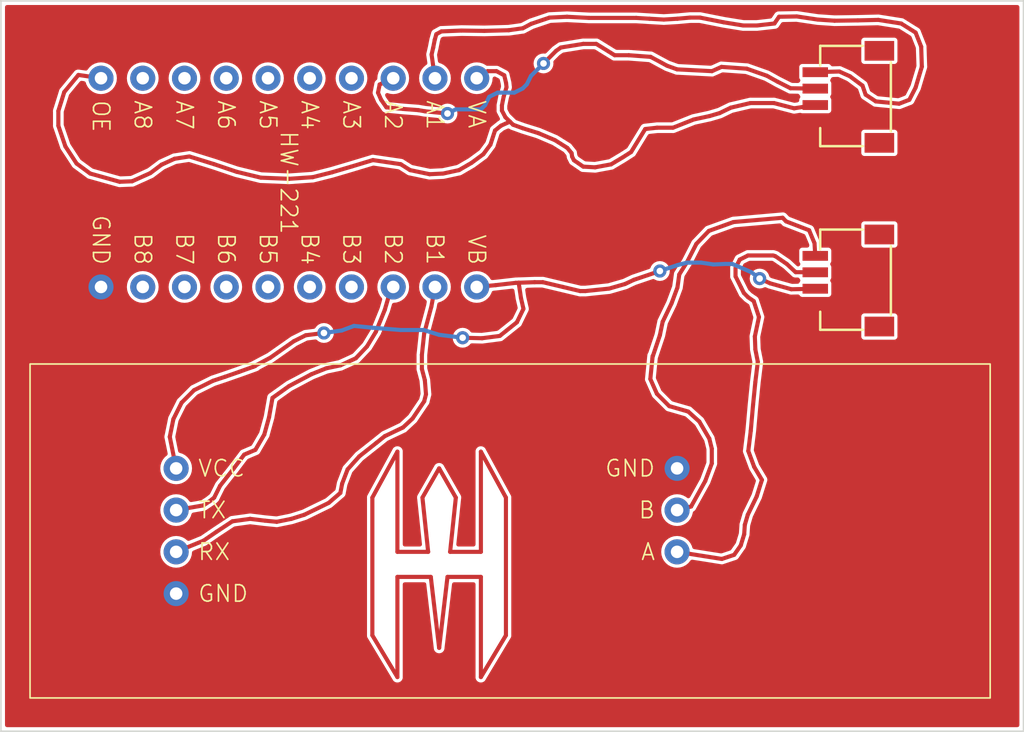
<source format=kicad_pcb>
(kicad_pcb (version 20221018) (generator pcbnew)
  (layers (0 "F.Cu" signal) (31 "B.Cu" signal) (34 "B.Paste" user) (35 "F.Paste" user) (36 "B.SilkS" user "B.Silkscreen") (37 "F.SilkS" user "F.Silkscreen") (38 "B.Mask" user) (39 "F.Mask" user) (44 "Edge.Cuts" user))
  (net 0 "")
  (net 1 "/3.3V")
  (net 2 "/TX - TTL")
  (net 3 "/RX - TTL")
  (net 10 "/5V")
  (net 11 "/RX - RS485")
  (net 12 "/TX - RS485")
  (net 19 "/GND")
  (net 22 "/A")
  (net 23 "/B")
  (footprint "ttl-to-rs485:TTL-RS485" (layer "F.Cu") (at 110.998 104.648)
    (fp_text reference "U4" hide)
    (fp_text value "TTL-RS485")
    (fp_text user "TX" (at -13.97 -1.27 unlocked) (layer "F.SilkS") (effects (font (thickness 0.1)) (justify left)))
    (fp_text user "B" (at 13.97 -1.27 unlocked) (layer "F.SilkS") (effects (font (thickness 0.1)) (justify right)))
    (fp_text user "GND" (at -13.97 3.81 unlocked) (layer "F.SilkS") (effects (font (thickness 0.1)) (justify left)))
    (fp_text user "RX" (at -13.97 1.27 unlocked) (layer "F.SilkS") (effects (font (thickness 0.1)) (justify left)))
    (fp_text user "VCC" (at -13.97 -3.81 unlocked) (layer "F.SilkS") (effects (font (thickness 0.1)) (justify left)))
    (fp_text user "A" (at 13.97 1.27 unlocked) (layer "F.SilkS") (effects (font (thickness 0.1)) (justify right)))
    (fp_text user "GND" (at 13.97 -3.81 unlocked) (layer "F.SilkS") (effects (font (thickness 0.1)) (justify right)))
    (fp_rect (start -24.13 -10.16) (end 34.29 10.16) (stroke (width 0.1)) (fill none) (layer "F.SilkS"))
    (pad "1" thru_hole circle (at -15.24 -3.81) (size 1.524 1.524) (drill 0.762) (layers "*.Cu" "*.Mask") (net 10 "/5V"))
    (pad "2" thru_hole circle (at -15.24 -1.27) (size 1.524 1.524) (drill 0.762) (layers "*.Cu" "*.Mask") (net 12 "/TX - RS485"))
    (pad "3" thru_hole circle (at -15.24 1.27) (size 1.524 1.524) (drill 0.762) (layers "*.Cu" "*.Mask") (net 11 "/RX - RS485"))
    (pad "4" thru_hole circle (at -15.24 3.81) (size 1.524 1.524) (drill 0.762) (layers "*.Cu" "*.Mask") (net 19 "/GND"))
    (pad "5" thru_hole circle (at 15.24 1.27) (size 1.524 1.524) (drill 0.762) (layers "*.Cu" "*.Mask") (net 22 "/A"))
    (pad "6" thru_hole circle (at 15.24 -1.27) (size 1.524 1.524) (drill 0.762) (layers "*.Cu" "*.Mask") (net 23 "/B"))
    (pad "7" thru_hole circle (at 15.24 -3.81) (size 1.524 1.524) (drill 0.762) (layers "*.Cu" "*.Mask") (net 19 "/GND"))
  )
  (footprint "Connectors:JST_SH4" (layer "F.Cu") (at 137.16 78.232 90)
    (fp_text reference "U2" hide)
    (fp_text value "JST-SH 4" hide)
    (fp_line (start -3 -2.214) (end -1.9 -2.214) (stroke (width 0.1524)) (layer "F.SilkS"))
    (fp_line (start -3 0.386) (end -3 -2.214) (stroke (width 0.1524)) (layer "F.SilkS"))
    (fp_line (start -2.1 2.086) (end 2.1 2.086) (stroke (width 0.1524)) (layer "F.SilkS"))
    (fp_line (start 1.9 -2.214) (end 3.1 -2.214) (stroke (width 0.1524)) (layer "F.SilkS"))
    (fp_line (start 3.1 -2.214) (end 3.1 0.386) (stroke (width 0.1524)) (layer "F.SilkS"))
    (pad "1" smd rect (at -1.5 -2.514 180) (size 1.55 0.6) (layers "F.Cu" "F.Paste" "F.Mask") (net 19 "/GND"))
    (pad "2" smd rect (at -0.5 -2.514 180) (size 1.55 0.6) (layers "F.Cu" "F.Paste" "F.Mask") (net 1 "/3.3V"))
    (pad "3" smd rect (at 0.5 -2.514 180) (size 1.55 0.6) (layers "F.Cu" "F.Paste" "F.Mask") (net 3 "/RX - TTL"))
    (pad "4" smd rect (at 1.5 -2.514 180) (size 1.55 0.6) (layers "F.Cu" "F.Paste" "F.Mask") (net 2 "/TX - TTL"))
    (pad "MT1" smd rect (at -2.8 1.386 180) (size 1.8 1.2) (layers "F.Cu" "F.Paste" "F.Mask"))
    (pad "MT2" smd rect (at 2.8 1.386 180) (size 1.8 1.2) (layers "F.Cu" "F.Paste" "F.Mask"))
  )
  (footprint "Connectors:JST_SH4" (layer "F.Cu") (at 137.16 89.408 90)
    (fp_text reference "U3" hide)
    (fp_text value "JST-SH4 motor" hide)
    (fp_line (start -3 -2.214) (end -1.9 -2.214) (stroke (width 0.1524)) (layer "F.SilkS"))
    (fp_line (start -3 0.386) (end -3 -2.214) (stroke (width 0.1524)) (layer "F.SilkS"))
    (fp_line (start -2.1 2.086) (end 2.1 2.086) (stroke (width 0.1524)) (layer "F.SilkS"))
    (fp_line (start 1.9 -2.214) (end 3.1 -2.214) (stroke (width 0.1524)) (layer "F.SilkS"))
    (fp_line (start 3.1 -2.214) (end 3.1 0.386) (stroke (width 0.1524)) (layer "F.SilkS"))
    (pad "1" smd rect (at -1.5 -2.514 180) (size 1.55 0.6) (layers "F.Cu" "F.Paste" "F.Mask") (net 19 "/GND"))
    (pad "2" smd rect (at -0.5 -2.514 180) (size 1.55 0.6) (layers "F.Cu" "F.Paste" "F.Mask") (net 10 "/5V"))
    (pad "3" smd rect (at 0.5 -2.514 180) (size 1.55 0.6) (layers "F.Cu" "F.Paste" "F.Mask") (net 22 "/A"))
    (pad "4" smd rect (at 1.5 -2.514 180) (size 1.55 0.6) (layers "F.Cu" "F.Paste" "F.Mask") (net 23 "/B"))
    (pad "MT1" smd rect (at -2.8 1.386 180) (size 1.8 1.2) (layers "F.Cu" "F.Paste" "F.Mask"))
    (pad "MT2" smd rect (at 2.8 1.386 180) (size 1.8 1.2) (layers "F.Cu" "F.Paste" "F.Mask"))
  )
  (footprint "ttl-to-rs485:HW-221" (layer "F.Cu") (at 102.616 83.45 -90)
    (fp_text reference "U1" hide)
    (fp_text value "HW-221" hide)
    (fp_text user "B3" (at 5.08 -3.81 -90 unlocked) (layer "F.SilkS") (effects (font (thickness 0.1)) (justify right)))
    (fp_text user "A8" (at -5.08 8.89 -90 unlocked) (layer "F.SilkS") (effects (font (thickness 0.1)) (justify left)))
    (fp_text user "A5" (at -5.08 1.27 -90 unlocked) (layer "F.SilkS") (effects (font (thickness 0.1)) (justify left)))
    (fp_text user "A3" (at -5.08 -3.81 -90 unlocked) (layer "F.SilkS") (effects (font (thickness 0.1)) (justify left)))
    (fp_text user "B2" (at 5.08 -6.35 -90 unlocked) (layer "F.SilkS") (effects (font (thickness 0.1)) (justify right)))
    (fp_text user "VB" (at 5.08 -11.43 -90 unlocked) (layer "F.SilkS") (effects (font (thickness 0.1)) (justify right)))
    (fp_text user "OE" (at -5.08 11.43 -90 unlocked) (layer "F.SilkS") (effects (font (thickness 0.1)) (justify left)))
    (fp_text user "B4" (at 5.08 -1.27 -90 unlocked) (layer "F.SilkS") (effects (font (thickness 0.1)) (justify right)))
    (fp_text user "B1" (at 5.08 -8.89 -90 unlocked) (layer "F.SilkS") (effects (font (thickness 0.1)) (justify right)))
    (fp_text user "B8" (at 5.08 8.89 -90 unlocked) (layer "F.SilkS") (effects (font (thickness 0.1)) (justify right)))
    (fp_text user "VA" (at -5.08 -11.43 -90 unlocked) (layer "F.SilkS") (effects (font (thickness 0.1)) (justify left)))
    (fp_text user "GND" (at 5.08 11.43 -90 unlocked) (layer "F.SilkS") (effects (font (thickness 0.1)) (justify right)))
    (fp_text user "HW-221" (at 0 0 -90 unlocked) (layer "F.SilkS") (effects (font (thickness 0.1))))
    (fp_text user "A4" (at -5.08 -1.27 -90 unlocked) (layer "F.SilkS") (effects (font (thickness 0.1)) (justify left)))
    (fp_text user "B5" (at 5.08 1.27 -90 unlocked) (layer "F.SilkS") (effects (font (thickness 0.1)) (justify right)))
    (fp_text user "B7" (at 5.08 6.35 -90 unlocked) (layer "F.SilkS") (effects (font (thickness 0.1)) (justify right)))
    (fp_text user "B6" (at 5.08 3.81 -90 unlocked) (layer "F.SilkS") (effects (font (thickness 0.1)) (justify right)))
    (fp_text user "A7" (at -5.08 6.35 -90 unlocked) (layer "F.SilkS") (effects (font (thickness 0.1)) (justify left)))
    (fp_text user "A1" (at -5.08 -8.89 -90 unlocked) (layer "F.SilkS") (effects (font (thickness 0.1)) (justify left)))
    (fp_text user "A6" (at -5.08 3.81 -90 unlocked) (layer "F.SilkS") (effects (font (thickness 0.1)) (justify left)))
    (fp_text user "A2" (at -5.08 -6.35 -90 unlocked) (layer "F.SilkS") (effects (font (thickness 0.1)) (justify left)))
    (pad "1" thru_hole circle (at -6.35 -11.43 270) (size 1.524 1.524) (drill 0.762) (layers "*.Cu" "*.Mask") (net 1 "/3.3V"))
    (pad "2" thru_hole circle (at -6.35 -8.89 270) (size 1.524 1.524) (drill 0.762) (layers "*.Cu" "*.Mask") (net 2 "/TX - TTL"))
    (pad "3" thru_hole circle (at -6.35 -6.35 270) (size 1.524 1.524) (drill 0.762) (layers "*.Cu" "*.Mask") (net 3 "/RX - TTL"))
    (pad "4" thru_hole circle (at -6.35 -3.81 270) (size 1.524 1.524) (drill 0.762) (layers "*.Cu" "*.Mask"))
    (pad "5" thru_hole circle (at -6.35 -1.27 270) (size 1.524 1.524) (drill 0.762) (layers "*.Cu" "*.Mask"))
    (pad "6" thru_hole circle (at -6.35 1.27 270) (size 1.524 1.524) (drill 0.762) (layers "*.Cu" "*.Mask"))
    (pad "7" thru_hole circle (at -6.35 3.81 270) (size 1.524 1.524) (drill 0.762) (layers "*.Cu" "*.Mask"))
    (pad "8" thru_hole circle (at -6.35 6.35 270) (size 1.524 1.524) (drill 0.762) (layers "*.Cu" "*.Mask"))
    (pad "9" thru_hole circle (at -6.35 8.89 270) (size 1.524 1.524) (drill 0.762) (layers "*.Cu" "*.Mask"))
    (pad "10" thru_hole circle (at -6.35 11.43 270) (size 1.524 1.524) (drill 0.762) (layers "*.Cu" "*.Mask") (net 1 "/3.3V"))
    (pad "11" thru_hole circle (at 6.35 -11.43 270) (size 1.524 1.524) (drill 0.762) (layers "*.Cu" "*.Mask") (net 10 "/5V"))
    (pad "12" thru_hole circle (at 6.35 -8.89 270) (size 1.524 1.524) (drill 0.762) (layers "*.Cu" "*.Mask") (net 11 "/RX - RS485"))
    (pad "13" thru_hole circle (at 6.35 -6.35 270) (size 1.524 1.524) (drill 0.762) (layers "*.Cu" "*.Mask") (net 12 "/TX - RS485"))
    (pad "14" thru_hole circle (at 6.35 -3.81 270) (size 1.524 1.524) (drill 0.762) (layers "*.Cu" "*.Mask"))
    (pad "15" thru_hole circle (at 6.35 -1.27 270) (size 1.524 1.524) (drill 0.762) (layers "*.Cu" "*.Mask"))
    (pad "16" thru_hole circle (at 6.35 1.27 270) (size 1.524 1.524) (drill 0.762) (layers "*.Cu" "*.Mask"))
    (pad "17" thru_hole circle (at 6.35 3.81 270) (size 1.524 1.524) (drill 0.762) (layers "*.Cu" "*.Mask"))
    (pad "18" thru_hole circle (at 6.35 6.35 270) (size 1.524 1.524) (drill 0.762) (layers "*.Cu" "*.Mask"))
    (pad "19" thru_hole circle (at 6.35 8.89 270) (size 1.524 1.524) (drill 0.762) (layers "*.Cu" "*.Mask"))
    (pad "20" thru_hole circle (at 6.35 11.43 270) (size 1.524 1.524) (drill 0.762) (layers "*.Cu" "*.Mask") (net 19 "/GND"))
  )
  (gr_rect (start 85.09 72.39) (end 147.32 116.84) (stroke (width 0.1)) (fill none) (layer "Edge.Cuts"))
  (segment (start 115.824 110.998) (end 115.824 102.616) (width 0.25) (layer "F.Cu") (net 0))
  (segment (start 109.22 105.918) (end 111.091579 105.918) (width 0.25) (layer "F.Cu") (net 0))
  (segment (start 109.22 99.822) (end 107.696 102.616) (width 0.25) (layer "F.Cu") (net 0))
  (segment (start 112.268 107.442) (end 114.3 107.442) (width 0.25) (layer "F.Cu") (net 0))
  (segment (start 109.22 113.538) (end 109.22 107.442) (width 0.25) (layer "F.Cu") (net 0))
  (segment (start 111.76 100.838) (end 112.776 102.616) (width 0.25) (layer "F.Cu") (net 0))
  (segment (start 110.744 102.616) (end 111.091579 105.918) (width 0.25) (layer "F.Cu") (net 0))
  (segment (start 110.744 102.616) (end 111.76 100.838) (width 0.25) (layer "F.Cu") (net 0))
  (segment (start 112.428421 105.918) (end 112.776 102.616) (width 0.25) (layer "F.Cu") (net 0))
  (segment (start 114.3 113.538) (end 115.824 110.998) (width 0.25) (layer "F.Cu") (net 0))
  (segment (start 107.696 110.998) (end 109.22 113.538) (width 0.25) (layer "F.Cu") (net 0))
  (segment (start 111.252 107.442) (end 111.76 111.76) (width 0.25) (layer "F.Cu") (net 0))
  (segment (start 109.22 99.822) (end 109.22 105.918) (width 0.25) (layer "F.Cu") (net 0))
  (segment (start 107.696 102.616) (end 107.696 110.998) (width 0.25) (layer "F.Cu") (net 0))
  (segment (start 114.3 107.442) (end 114.3 113.538) (width 0.25) (layer "F.Cu") (net 0))
  (segment (start 112.428421 105.918) (end 114.3 105.918) (width 0.25) (layer "F.Cu") (net 0))
  (segment (start 114.3 99.822) (end 114.3 105.918) (width 0.25) (layer "F.Cu") (net 0))
  (segment (start 109.22 107.442) (end 111.252 107.442) (width 0.25) (layer "F.Cu") (net 0))
  (segment (start 115.824 102.616) (end 114.3 99.822) (width 0.25) (layer "F.Cu") (net 0))
  (segment (start 111.76 111.76) (end 112.268 107.442) (width 0.25) (layer "F.Cu") (net 0))
  (segment (start 129.51 78.89) (end 128.83 79.22) (width 0.25) (layer "F.Cu") (net 1))
  (segment (start 114.45 81.72) (end 114.88 81.14) (width 0.25) (layer "F.Cu") (net 1))
  (segment (start 128.22 79.4) (end 127.25 79.61) (width 0.25) (layer "F.Cu") (net 1))
  (segment (start 119.56 81.34) (end 118.81 80.87) (width 0.25) (layer "F.Cu") (net 1))
  (segment (start 91.186 77.1) (end 89.81 76.9) (width 0.25) (layer "F.Cu") (net 1))
  (segment (start 94.19 82.87) (end 94.87 82.36) (width 0.25) (layer "F.Cu") (net 1))
  (segment (start 119.82 81.66) (end 119.56 81.34) (width 0.25) (layer "F.Cu") (net 1))
  (segment (start 89.02 81.25) (end 89.7 82.29) (width 0.25) (layer "F.Cu") (net 1))
  (segment (start 116.067957 79.742043) (end 115.79 79.47) (width 0.25) (layer "F.Cu") (net 1))
  (segment (start 112 82.9) (end 112.97 82.69) (width 0.25) (layer "F.Cu") (net 1))
  (segment (start 119.85 81.87) (end 119.82 81.66) (width 0.25) (layer "F.Cu") (net 1))
  (segment (start 127.25 79.61) (end 125.99 80.11) (width 0.25) (layer "F.Cu") (net 1))
  (segment (start 88.59 79.09) (end 88.59 79.99) (width 0.25) (layer "F.Cu") (net 1))
  (segment (start 109.99 82.69) (end 111.18 82.94) (width 0.25) (layer "F.Cu") (net 1))
  (segment (start 114.71 76.67) (end 114.046 77.1) (width 0.25) (layer "F.Cu") (net 1))
  (segment (start 117.8 80.44) (end 116.87 80.15) (width 0.25) (layer "F.Cu") (net 1))
  (segment (start 112.97 82.69) (end 113.73 82.25) (width 0.25) (layer "F.Cu") (net 1))
  (segment (start 105.22 82.83) (end 106.44 82.47) (width 0.25) (layer "F.Cu") (net 1))
  (segment (start 116.26 79.93) (end 116.067957 79.742043) (width 0.25) (layer "F.Cu") (net 1))
  (segment (start 102.63 83.22) (end 104.07 83.12) (width 0.25) (layer "F.Cu") (net 1))
  (segment (start 96.56 81.86) (end 98.07 82.33) (width 0.25) (layer "F.Cu") (net 1))
  (segment (start 118.81 80.87) (end 117.8 80.44) (width 0.25) (layer "F.Cu") (net 1))
  (segment (start 100.91 83.15) (end 102.63 83.22) (width 0.25) (layer "F.Cu") (net 1))
  (segment (start 115.68 78.25) (end 115.86 77.64) (width 0.25) (layer "F.Cu") (net 1))
  (segment (start 124.3 80.19) (end 123.44 81.59) (width 0.25) (layer "F.Cu") (net 1))
  (segment (start 99.43 82.79) (end 100.91 83.15) (width 0.25) (layer "F.Cu") (net 1))
  (segment (start 115.79 79.47) (end 115.58 79.07) (width 0.25) (layer "F.Cu") (net 1))
  (segment (start 115.58 79.07) (end 115.58 78.75) (width 0.25) (layer "F.Cu") (net 1))
  (segment (start 98.07 82.33) (end 99.43 82.79) (width 0.25) (layer "F.Cu") (net 1))
  (segment (start 130.7 78.61) (end 129.51 78.89) (width 0.25) (layer "F.Cu") (net 1))
  (segment (start 89.81 76.9) (end 88.95 77.94) (width 0.25) (layer "F.Cu") (net 1))
  (segment (start 128.83 79.22) (end 128.22 79.4) (width 0.25) (layer "F.Cu") (net 1))
  (segment (start 115.72 76.92) (end 115.25 76.67) (width 0.25) (layer "F.Cu") (net 1))
  (segment (start 92.32 83.4) (end 93.08 83.37) (width 0.25) (layer "F.Cu") (net 1))
  (segment (start 125.02 80.11) (end 124.3 80.19) (width 0.25) (layer "F.Cu") (net 1))
  (segment (start 111.18 82.94) (end 112 82.9) (width 0.25) (layer "F.Cu") (net 1))
  (segment (start 119.96 82.09) (end 119.85 81.87) (width 0.25) (layer "F.Cu") (net 1))
  (segment (start 95.66 82) (end 96.56 81.86) (width 0.25) (layer "F.Cu") (net 1))
  (segment (start 115.86 77.64) (end 115.83 77.38) (width 0.25) (layer "F.Cu") (net 1))
  (segment (start 120.53 82.48) (end 119.96 82.09) (width 0.25) (layer "F.Cu") (net 1))
  (segment (start 115.16 80.28) (end 115.52 79.99) (width 0.25) (layer "F.Cu") (net 1))
  (segment (start 115.83 77.38) (end 115.72 76.92) (width 0.25) (layer "F.Cu") (net 1))
  (segment (start 115.25 76.67) (end 114.71 76.67) (width 0.25) (layer "F.Cu") (net 1))
  (segment (start 106.44 82.47) (end 107.73 82.08) (width 0.25) (layer "F.Cu") (net 1))
  (segment (start 114.88 81.14) (end 115.16 80.28) (width 0.25) (layer "F.Cu") (net 1))
  (segment (start 107.73 82.08) (end 109.42 82.33) (width 0.25) (layer "F.Cu") (net 1))
  (segment (start 116.87 80.15) (end 116.26 79.93) (width 0.25) (layer "F.Cu") (net 1))
  (segment (start 113.73 82.25) (end 114.45 81.72) (width 0.25) (layer "F.Cu") (net 1))
  (segment (start 104.07 83.12) (end 105.22 82.83) (width 0.25) (layer "F.Cu") (net 1))
  (segment (start 115.58 78.75) (end 115.68 78.25) (width 0.25) (layer "F.Cu") (net 1))
  (segment (start 88.59 79.99) (end 89.02 81.25) (width 0.25) (layer "F.Cu") (net 1))
  (segment (start 89.7 82.29) (end 90.53 82.9) (width 0.25) (layer "F.Cu") (net 1))
  (segment (start 132.82 78.79) (end 133.36 78.93) (width 0.25) (layer "F.Cu") (net 1))
  (segment (start 133.36 78.93) (end 134.646 78.732) (width 0.25) (layer "F.Cu") (net 1))
  (segment (start 115.52 79.99) (end 116.067957 79.742043) (width 0.25) (layer "F.Cu") (net 1))
  (segment (start 90.53 82.9) (end 92.32 83.4) (width 0.25) (layer "F.Cu") (net 1))
  (segment (start 132.82 78.79) (end 132.13 78.61) (width 0.25) (layer "F.Cu") (net 1))
  (segment (start 88.95 77.94) (end 88.59 79.09) (width 0.25) (layer "F.Cu") (net 1))
  (segment (start 125.99 80.11) (end 125.02 80.11) (width 0.25) (layer "F.Cu") (net 1))
  (segment (start 109.42 82.33) (end 109.99 82.69) (width 0.25) (layer "F.Cu") (net 1))
  (segment (start 122.22 82.34) (end 121.25 82.52) (width 0.25) (layer "F.Cu") (net 1))
  (segment (start 94.87 82.36) (end 95.66 82) (width 0.25) (layer "F.Cu") (net 1))
  (segment (start 93.08 83.37) (end 94.19 82.87) (width 0.25) (layer "F.Cu") (net 1))
  (segment (start 132.13 78.61) (end 130.7 78.61) (width 0.25) (layer "F.Cu") (net 1))
  (segment (start 122.94 81.91) (end 122.22 82.34) (width 0.25) (layer "F.Cu") (net 1))
  (segment (start 123.44 81.59) (end 122.94 81.91) (width 0.25) (layer "F.Cu") (net 1))
  (segment (start 121.25 82.52) (end 120.53 82.48) (width 0.25) (layer "F.Cu") (net 1))
  (segment (start 135.82 73.6) (end 134.79 73.53) (width 0.25) (layer "F.Cu") (net 2))
  (segment (start 117.36 73.79) (end 116.85 74.06) (width 0.25) (layer "F.Cu") (net 2))
  (segment (start 134.646 76.732) (end 136.11 76.69) (width 0.25) (layer "F.Cu") (net 2))
  (segment (start 130.26 73.89) (end 129.09 73.7) (width 0.25) (layer "F.Cu") (net 2))
  (segment (start 131.1 73.89) (end 130.26 73.89) (width 0.25) (layer "F.Cu") (net 2))
  (segment (start 136.75 76.98) (end 137.52 77.55) (width 0.25) (layer "F.Cu") (net 2))
  (segment (start 141.13 76.4) (end 141.09 75.18) (width 0.25) (layer "F.Cu") (net 2))
  (segment (start 139.87 73.77) (end 138.48 73.55) (width 0.25) (layer "F.Cu") (net 2))
  (segment (start 139.75 78.65) (end 140.37 78.41) (width 0.25) (layer "F.Cu") (net 2))
  (segment (start 111.4 75.23) (end 111.3 75.66) (width 0.25) (layer "F.Cu") (net 2))
  (segment (start 111.9 74.25) (end 111.59 74.42) (width 0.25) (layer "F.Cu") (net 2))
  (segment (start 138.33 78.51) (end 139.75 78.65) (width 0.25) (layer "F.Cu") (net 2))
  (segment (start 111.49 74.77) (end 111.4 75.23) (width 0.25) (layer "F.Cu") (net 2))
  (segment (start 140.75 77.67) (end 141.13 76.4) (width 0.25) (layer "F.Cu") (net 2))
  (segment (start 132.44 73.36) (end 132.16 73.77) (width 0.25) (layer "F.Cu") (net 2))
  (segment (start 140.75 74.32) (end 139.87 73.77) (width 0.25) (layer "F.Cu") (net 2))
  (segment (start 123.75 73.43) (end 120.88 73.43) (width 0.25) (layer "F.Cu") (net 2))
  (segment (start 119.54 73.36) (end 118.48 73.41) (width 0.25) (layer "F.Cu") (net 2))
  (segment (start 120.88 73.43) (end 119.54 73.36) (width 0.25) (layer "F.Cu") (net 2))
  (segment (start 140.37 78.41) (end 140.75 77.67) (width 0.25) (layer "F.Cu") (net 2))
  (segment (start 141.09 75.18) (end 140.75 74.32) (width 0.25) (layer "F.Cu") (net 2))
  (segment (start 114.51 74.22) (end 113.12 74.2) (width 0.25) (layer "F.Cu") (net 2))
  (segment (start 118.48 73.41) (end 117.36 73.79) (width 0.25) (layer "F.Cu") (net 2))
  (segment (start 138.48 73.55) (end 137.23 73.58) (width 0.25) (layer "F.Cu") (net 2))
  (segment (start 111.3 75.66) (end 111.506 77.1) (width 0.25) (layer "F.Cu") (net 2))
  (segment (start 137.71 78.1) (end 138.33 78.51) (width 0.25) (layer "F.Cu") (net 2))
  (segment (start 137.52 77.55) (end 137.71 78.1) (width 0.25) (layer "F.Cu") (net 2))
  (segment (start 133.52 73.34) (end 132.44 73.36) (width 0.25) (layer "F.Cu") (net 2))
  (segment (start 134.79 73.53) (end 133.52 73.34) (width 0.25) (layer "F.Cu") (net 2))
  (segment (start 111.59 74.42) (end 111.49 74.77) (width 0.25) (layer "F.Cu") (net 2))
  (segment (start 115.99 74.18) (end 114.51 74.22) (width 0.25) (layer "F.Cu") (net 2))
  (segment (start 125.43 73.53) (end 124.56 73.48) (width 0.25) (layer "F.Cu") (net 2))
  (segment (start 113.12 74.2) (end 111.9 74.25) (width 0.25) (layer "F.Cu") (net 2))
  (segment (start 129.09 73.7) (end 127.63 73.41) (width 0.25) (layer "F.Cu") (net 2))
  (segment (start 127.03 73.41) (end 126.26 73.48) (width 0.25) (layer "F.Cu") (net 2))
  (segment (start 126.26 73.48) (end 125.43 73.53) (width 0.25) (layer "F.Cu") (net 2))
  (segment (start 137.23 73.58) (end 135.82 73.6) (width 0.25) (layer "F.Cu") (net 2))
  (segment (start 136.11 76.69) (end 136.75 76.98) (width 0.25) (layer "F.Cu") (net 2))
  (segment (start 132.16 73.77) (end 131.1 73.89) (width 0.25) (layer "F.Cu") (net 2))
  (segment (start 124.56 73.48) (end 123.75 73.43) (width 0.25) (layer "F.Cu") (net 2))
  (segment (start 116.85 74.06) (end 115.99 74.18) (width 0.25) (layer "F.Cu") (net 2))
  (segment (start 127.63 73.41) (end 127.03 73.41) (width 0.25) (layer "F.Cu") (net 2))
  (segment (start 133.14 77.71) (end 132.35 77.31) (width 0.25) (layer "F.Cu") (net 3))
  (segment (start 108.04 77.98) (end 108.14 77.48) (width 0.25) (layer "F.Cu") (net 3))
  (segment (start 112.268 79.248) (end 110.89 79.11) (width 0.25) (layer "F.Cu") (net 3))
  (segment (start 108.23 78.41) (end 108.04 77.98) (width 0.25) (layer "F.Cu") (net 3))
  (segment (start 123.3 75.7) (end 122.44 75.7) (width 0.25) (layer "F.Cu") (net 3))
  (segment (start 128.94 76.41) (end 128.36 76.67) (width 0.25) (layer "F.Cu") (net 3))
  (segment (start 119.17 75.23) (end 118.872 75.438) (width 0.25) (layer "F.Cu") (net 3))
  (segment (start 108.14 77.48) (end 108.966 77.1) (width 0.25) (layer "F.Cu") (net 3))
  (segment (start 108.55 78.87) (end 108.23 78.41) (width 0.25) (layer "F.Cu") (net 3))
  (segment (start 122.44 75.7) (end 121.32 75.01) (width 0.25) (layer "F.Cu") (net 3))
  (segment (start 109.58 78.97) (end 108.55 78.87) (width 0.25) (layer "F.Cu") (net 3))
  (segment (start 118.872 75.438) (end 118.11 76.2) (width 0.25) (layer "F.Cu") (net 3))
  (segment (start 130.48 76.52) (end 128.94 76.41) (width 0.25) (layer "F.Cu") (net 3))
  (segment (start 126.24 76.56) (end 125.63 76.34) (width 0.25) (layer "F.Cu") (net 3))
  (segment (start 110.49 79.04) (end 109.58 78.97) (width 0.25) (layer "F.Cu") (net 3))
  (segment (start 131.7 76.95) (end 130.48 76.52) (width 0.25) (layer "F.Cu") (net 3))
  (segment (start 110.89 79.11) (end 110.49 79.04) (width 0.25) (layer "F.Cu") (net 3))
  (segment (start 125.63 76.34) (end 124.63 75.8) (width 0.25) (layer "F.Cu") (net 3))
  (segment (start 134.646 77.732) (end 133.14 77.71) (width 0.25) (layer "F.Cu") (net 3))
  (segment (start 120.53 75.01) (end 119.17 75.23) (width 0.25) (layer "F.Cu") (net 3))
  (segment (start 121.32 75.01) (end 120.53 75.01) (width 0.25) (layer "F.Cu") (net 3))
  (segment (start 124.63 75.8) (end 123.3 75.7) (width 0.25) (layer "F.Cu") (net 3))
  (segment (start 128.36 76.67) (end 126.24 76.56) (width 0.25) (layer "F.Cu") (net 3))
  (segment (start 132.35 77.31) (end 131.7 76.95) (width 0.25) (layer "F.Cu") (net 3))
  (via (at 118.11 76.2) (size 0.8) (drill 0.4) (layers "F.Cu" "B.Cu") (net 3))
  (via (at 112.268 79.248) (size 0.8) (drill 0.4) (layers "F.Cu" "B.Cu") (net 3))
  (segment (start 115.316 77.978) (end 114.808 78.232) (width 0.25) (layer "B.Cu") (net 3))
  (segment (start 118.11 76.2) (end 117.348 76.962) (width 0.25) (layer "B.Cu") (net 3))
  (segment (start 117.348 76.962) (end 117.094 77.47) (width 0.25) (layer "B.Cu") (net 3))
  (segment (start 114.3 78.994) (end 112.776 78.994) (width 0.25) (layer "B.Cu") (net 3))
  (segment (start 116.332 77.978) (end 115.316 77.978) (width 0.25) (layer "B.Cu") (net 3))
  (segment (start 114.554 78.74) (end 114.3 78.994) (width 0.25) (layer "B.Cu") (net 3))
  (segment (start 114.808 78.232) (end 114.554 78.74) (width 0.25) (layer "B.Cu") (net 3))
  (segment (start 117.094 77.47) (end 116.84 77.724) (width 0.25) (layer "B.Cu") (net 3))
  (segment (start 112.776 78.994) (end 112.268 79.248) (width 0.25) (layer "B.Cu") (net 3))
  (segment (start 116.84 77.724) (end 116.332 77.978) (width 0.25) (layer "B.Cu") (net 3))
  (segment (start 133.19 89.94) (end 131.9 89.58) (width 0.25) (layer "F.Cu") (net 10))
  (segment (start 120.66 90.05) (end 120.34 90.05) (width 0.25) (layer "F.Cu") (net 10))
  (segment (start 116.89 91.13) (end 116.74 90.48) (width 0.25) (layer "F.Cu") (net 10))
  (segment (start 95.758 100.838) (end 95.37 98.92) (width 0.25) (layer "F.Cu") (net 10))
  (segment (start 95.59 97.84) (end 96.09 96.84) (width 0.25) (layer "F.Cu") (net 10))
  (segment (start 119.29 89.8) (end 118.07 89.51) (width 0.25) (layer "F.Cu") (net 10))
  (segment (start 101.48 94.11) (end 100.44 94.6604) (width 0.25) (layer "F.Cu") (net 10))
  (segment (start 123.6 89.37) (end 123.07 89.62) (width 0.25) (layer "F.Cu") (net 10))
  (segment (start 118.07 89.51) (end 117.57 89.51) (width 0.25) (layer "F.Cu") (net 10))
  (segment (start 122.1 89.9) (end 120.66 90.05) (width 0.25) (layer "F.Cu") (net 10))
  (segment (start 116.6 89.543739) (end 116.42 89.55) (width 0.25) (layer "F.Cu") (net 10))
  (segment (start 98 95.51) (end 98.75 95.26) (width 0.25) (layer "F.Cu") (net 10))
  (segment (start 96.85 96.08) (end 98 95.51) (width 0.25) (layer "F.Cu") (net 10))
  (segment (start 123.07 89.62) (end 122.1 89.9) (width 0.25) (layer "F.Cu") (net 10))
  (segment (start 134.646 89.908) (end 133.19 89.94) (width 0.25) (layer "F.Cu") (net 10))
  (segment (start 100.44 94.6604) (end 100.58 94.61) (width 0.25) (layer "F.Cu") (net 10))
  (segment (start 116.49 91.95) (end 116.89 91.13) (width 0.25) (layer "F.Cu") (net 10))
  (segment (start 115.2 89.69) (end 114.046 89.8) (width 0.25) (layer "F.Cu") (net 10))
  (segment (start 98.75 95.26) (end 99.58 94.97) (width 0.25) (layer "F.Cu") (net 10))
  (segment (start 115.45 92.78) (end 116.49 91.95) (width 0.25) (layer "F.Cu") (net 10))
  (segment (start 116.74 90.48) (end 116.6 89.543739) (width 0.25) (layer "F.Cu") (net 10))
  (segment (start 125.19 88.83) (end 123.6 89.37) (width 0.25) (layer "F.Cu") (net 10))
  (segment (start 95.37 98.92) (end 95.59 97.84) (width 0.25) (layer "F.Cu") (net 10))
  (segment (start 116.42 89.55) (end 115.2 89.69) (width 0.25) (layer "F.Cu") (net 10))
  (segment (start 114.37 92.92) (end 115.45 92.78) (width 0.25) (layer "F.Cu") (net 10))
  (segment (start 113.19 92.89) (end 114.37 92.92) (width 0.25) (layer "F.Cu") (net 10))
  (segment (start 120.34 90.05) (end 119.29 89.8) (width 0.25) (layer "F.Cu") (net 10))
  (segment (start 102.92 93.1) (end 103.64 92.74) (width 0.25) (layer "F.Cu") (net 10))
  (segment (start 131.9 89.58) (end 131.26 89.29) (width 0.25) (layer "F.Cu") (net 10))
  (segment (start 96.09 96.84) (end 96.85 96.08) (width 0.25) (layer "F.Cu") (net 10))
  (segment (start 99.58 94.97) (end 100.44 94.6604) (width 0.25) (layer "F.Cu") (net 10))
  (segment (start 101.48 94.11) (end 102.92 93.1) (width 0.25) (layer "F.Cu") (net 10))
  (segment (start 117.57 89.51) (end 116.6 89.543739) (width 0.25) (layer "F.Cu") (net 10))
  (segment (start 103.64 92.74) (end 104.75 92.6) (width 0.25) (layer "F.Cu") (net 10))
  (via (at 113.19 92.89) (size 0.8) (drill 0.4) (layers "F.Cu" "B.Cu") (net 10))
  (via (at 131.26 89.29) (size 0.8) (drill 0.4) (layers "F.Cu" "B.Cu") (net 10))
  (via (at 125.19 88.83) (size 0.8) (drill 0.4) (layers "F.Cu" "B.Cu") (net 10))
  (via (at 104.75 92.6) (size 0.8) (drill 0.4) (layers "F.Cu" "B.Cu") (net 10))
  (segment (start 128.45 88.43) (end 127.7 88.32) (width 0.25) (layer "B.Cu") (net 10))
  (segment (start 127.7 88.32) (end 126.84 88.32) (width 0.25) (layer "B.Cu") (net 10))
  (segment (start 111.75 92.71) (end 113.19 92.89) (width 0.25) (layer "B.Cu") (net 10))
  (segment (start 107.69 92.28) (end 109.42 92.42) (width 0.25) (layer "B.Cu") (net 10))
  (segment (start 109.42 92.42) (end 110.82 92.42) (width 0.25) (layer "B.Cu") (net 10))
  (segment (start 110.82 92.42) (end 111.75 92.71) (width 0.25) (layer "B.Cu") (net 10))
  (segment (start 104.75 92.6) (end 105.83 92.45) (width 0.25) (layer "B.Cu") (net 10))
  (segment (start 131.26 89.29) (end 130.75 88.9) (width 0.25) (layer "B.Cu") (net 10))
  (segment (start 126.26 88.47) (end 125.19 88.83) (width 0.25) (layer "B.Cu") (net 10))
  (segment (start 129.17 88.4) (end 128.45 88.43) (width 0.25) (layer "B.Cu") (net 10))
  (segment (start 126.84 88.32) (end 126.26 88.47) (width 0.25) (layer "B.Cu") (net 10))
  (segment (start 130.75 88.9) (end 129.6 88.4) (width 0.25) (layer "B.Cu") (net 10))
  (segment (start 106.58 92.17) (end 107.69 92.28) (width 0.25) (layer "B.Cu") (net 10))
  (segment (start 105.83 92.45) (end 106.58 92.17) (width 0.25) (layer "B.Cu") (net 10))
  (segment (start 129.6 88.4) (end 129.17 88.4) (width 0.25) (layer "B.Cu") (net 10))
  (segment (start 106.19 100.9) (end 105.86 101.76) (width 0.25) (layer "F.Cu") (net 11))
  (segment (start 99.18 104.06) (end 98.21 104.7) (width 0.25) (layer "F.Cu") (net 11))
  (segment (start 110.85 92.63) (end 111.29 90.98) (width 0.25) (layer "F.Cu") (net 11))
  (segment (start 105.86 101.76) (end 105.75 102.33) (width 0.25) (layer "F.Cu") (net 11))
  (segment (start 110.96 96.33) (end 110.89 95.47) (width 0.25) (layer "F.Cu") (net 11))
  (segment (start 105.04 102.94) (end 103.56 103.66) (width 0.25) (layer "F.Cu") (net 11))
  (segment (start 103.56 103.66) (end 102.77 103.91) (width 0.25) (layer "F.Cu") (net 11))
  (segment (start 109.56 98.35) (end 110.14 97.81) (width 0.25) (layer "F.Cu") (net 11))
  (segment (start 97.42 105.24) (end 95.758 105.918) (width 0.25) (layer "F.Cu") (net 11))
  (segment (start 106.9 100.11) (end 106.19 100.9) (width 0.25) (layer "F.Cu") (net 11))
  (segment (start 108.45 98.88) (end 109.56 98.35) (width 0.25) (layer "F.Cu") (net 11))
  (segment (start 106.9 100.11) (end 107.95 99.28) (width 0.25) (layer "F.Cu") (net 11))
  (segment (start 107.95 99.28) (end 108.45 98.88) (width 0.25) (layer "F.Cu") (net 11))
  (segment (start 111.29 90.98) (end 111.506 89.8) (width 0.25) (layer "F.Cu") (net 11))
  (segment (start 98.21 104.7) (end 97.42 105.24) (width 0.25) (layer "F.Cu") (net 11))
  (segment (start 110.89 95.47) (end 110.71 94.79) (width 0.25) (layer "F.Cu") (net 11))
  (segment (start 110.14 97.81) (end 110.85 96.76) (width 0.25) (layer "F.Cu") (net 11))
  (segment (start 105.75 102.33) (end 105.04 102.94) (width 0.25) (layer "F.Cu") (net 11))
  (segment (start 101.88 104.09) (end 101.16 104.02) (width 0.25) (layer "F.Cu") (net 11))
  (segment (start 100.26 103.91) (end 99.18 104.06) (width 0.25) (layer "F.Cu") (net 11))
  (segment (start 110.85 96.76) (end 110.96 96.33) (width 0.25) (layer "F.Cu") (net 11))
  (segment (start 110.71 93.93) (end 110.85 92.63) (width 0.25) (layer "F.Cu") (net 11))
  (segment (start 110.71 94.79) (end 110.71 93.93) (width 0.25) (layer "F.Cu") (net 11))
  (segment (start 101.16 104.02) (end 100.26 103.91) (width 0.25) (layer "F.Cu") (net 11))
  (segment (start 102.77 103.91) (end 101.88 104.09) (width 0.25) (layer "F.Cu") (net 11))
  (segment (start 108.88 89.73) (end 108.966 89.8) (width 0.25) (layer "F.Cu") (net 12))
  (segment (start 106.69 94.14) (end 107.37 93.42) (width 0.25) (layer "F.Cu") (net 12))
  (segment (start 101.41 97.73) (end 101.62 96.55) (width 0.25) (layer "F.Cu") (net 12))
  (segment (start 107.37 93.42) (end 107.91 92.53) (width 0.25) (layer "F.Cu") (net 12))
  (segment (start 98.43 101.9) (end 99.25 100.86) (width 0.25) (layer "F.Cu") (net 12))
  (segment (start 97.774 102.854) (end 97.96 102.73) (width 0.25) (layer "F.Cu") (net 12))
  (segment (start 100.58 99.71) (end 101.12 98.78) (width 0.25) (layer "F.Cu") (net 12))
  (segment (start 101.12 98.78) (end 101.41 97.73) (width 0.25) (layer "F.Cu") (net 12))
  (segment (start 103.99 95.11) (end 104.89 94.75) (width 0.25) (layer "F.Cu") (net 12))
  (segment (start 95.758 103.378) (end 97.42 103.09) (width 0.25) (layer "F.Cu") (net 12))
  (segment (start 108.45 91.2) (end 108.88 89.73) (width 0.25) (layer "F.Cu") (net 12))
  (segment (start 99.25 100.86) (end 99.9 100) (width 0.25) (layer "F.Cu") (net 12))
  (segment (start 98.07 102.62) (end 98.43 101.9) (width 0.25) (layer "F.Cu") (net 12))
  (segment (start 107.91 92.53) (end 108.45 91.2) (width 0.25) (layer "F.Cu") (net 12))
  (segment (start 104.89 94.75) (end 105.75 94.57) (width 0.25) (layer "F.Cu") (net 12))
  (segment (start 97.774 102.854) (end 98.07 102.62) (width 0.25) (layer "F.Cu") (net 12))
  (segment (start 99.9 100) (end 100.58 99.71) (width 0.25) (layer "F.Cu") (net 12))
  (segment (start 102.63 95.83) (end 103.99 95.11) (width 0.25) (layer "F.Cu") (net 12))
  (segment (start 97.42 103.09) (end 97.774 102.854) (width 0.25) (layer "F.Cu") (net 12))
  (segment (start 101.62 96.55) (end 102.63 95.83) (width 0.25) (layer "F.Cu") (net 12))
  (segment (start 105.75 94.57) (end 106.69 94.14) (width 0.25) (layer "F.Cu") (net 12))
  (segment (start 134.02 103.91) (end 133.91 104.38) (width 0.25) (layer "F.Cu") (net 19))
  (segment (start 132.1 80.33) (end 132.13 81.05) (width 0.25) (layer "F.Cu") (net 19))
  (segment (start 134.7 100.64) (end 134.13 101.58) (width 0.25) (layer "F.Cu") (net 19))
  (segment (start 136.91 88.95) (end 137.13 89.56) (width 0.25) (layer "F.Cu") (net 19))
  (segment (start 122.42 102.51) (end 122.96 101.94) (width 0.25) (layer "F.Cu") (net 19))
  (segment (start 132.49 81.48) (end 132.89 81.98) (width 0.25) (layer "F.Cu") (net 19))
  (segment (start 100.26 109.66) (end 100.73 110.05) (width 0.25) (layer "F.Cu") (net 19))
  (segment (start 92.57 94.9) (end 92 95.47) (width 0.25) (layer "F.Cu") (net 19))
  (segment (start 135.42 97.02) (end 135.06 98.13) (width 0.25) (layer "F.Cu") (net 19))
  (segment (start 115.06 115.19) (end 116.49 115.08) (width 0.25) (layer "F.Cu") (net 19))
  (segment (start 92.47 91.09) (end 93.22 92.24) (width 0.25) (layer "F.Cu") (net 19))
  (segment (start 120.84 104.7) (end 121.23 103.8) (width 0.25) (layer "F.Cu") (net 19))
  (segment (start 137.13 89.56) (end 137.27 90.13) (width 0.25) (layer "F.Cu") (net 19))
  (segment (start 132.67 79.61) (end 132.35 79.83) (width 0.25) (layer "F.Cu") (net 19))
  (segment (start 90.2 98.38) (end 90.13 99.35) (width 0.25) (layer "F.Cu") (net 19))
  (segment (start 92.68 103.84) (end 92.82 104.92) (width 0.25) (layer "F.Cu") (net 19))
  (segment (start 119.76 113.29) (end 119.76 112.78) (width 0.25) (layer "F.Cu") (net 19))
  (segment (start 136.23 86.11) (end 136.23 87.26) (width 0.25) (layer "F.Cu") (net 19))
  (segment (start 126.15 108.94) (end 123.78 108.47) (width 0.25) (layer "F.Cu") (net 19))
  (segment (start 104.03 112.82) (end 105.54 112.96) (width 0.25) (layer "F.Cu") (net 19))
  (segment (start 101.12 110.52) (end 101.19 110.74) (width 0.25) (layer "F.Cu") (net 19))
  (segment (start 93.08 107.97) (end 93.9 108.4) (width 0.25) (layer "F.Cu") (net 19))
  (segment (start 91.186 89.8) (end 92.47 91.09) (width 0.25) (layer "F.Cu") (net 19))
  (segment (start 122.96 101.94) (end 123.86 101.54) (width 0.25) (layer "F.Cu") (net 19))
  (segment (start 132.6 83.24) (end 132.53 84.14) (width 0.25) (layer "F.Cu") (net 19))
  (segment (start 119.55 112.28) (end 119.4 112.03) (width 0.25) (layer "F.Cu") (net 19))
  (segment (start 120.62 106.28) (end 120.59 105.89) (width 0.25) (layer "F.Cu") (net 19))
  (segment (start 132.35 79.83) (end 132.1 80.33) (width 0.25) (layer "F.Cu") (net 19))
  (segment (start 99.76 109.41) (end 100.26 109.66) (width 0.25) (layer "F.Cu") (net 19))
  (segment (start 136.21 91.92) (end 136.831429 91.02) (width 0.25) (layer "F.Cu") (net 19))
  (segment (start 134.13 101.58) (end 133.98 102.08) (width 0.25) (layer "F.Cu") (net 19))
  (segment (start 92.697658 105.89) (end 92.68 106.03) (width 0.25) (layer "F.Cu") (net 19))
  (segment (start 120.01 109.05) (end 120.52 108.26) (width 0.25) (layer "F.Cu") (net 19))
  (segment (start 117.71 114.72) (end 118.97 114.33) (width 0.25) (layer "F.Cu") (net 19))
  (segment (start 132.85 82.7) (end 132.6 83.24) (width 0.25) (layer "F.Cu") (net 19))
  (segment (start 92.61 107.14) (end 92.57 106.5) (width 0.25) (layer "F.Cu") (net 19))
  (segment (start 112.29 115.05) (end 113.58 115.19) (width 0.25) (layer "F.Cu") (net 19))
  (segment (start 132.85 84.64) (end 133.61 85.07) (width 0.25) (layer "F.Cu") (net 19))
  (segment (start 132.13 81.05) (end 132.49 81.48) (width 0.25) (layer "F.Cu") (net 19))
  (segment (start 90.74 96.55) (end 90.49 97.38) (width 0.25) (layer "F.Cu") (net 19))
  (segment (start 93.127213 93.78) (end 93.11 93.93) (width 0.25) (layer "F.Cu") (net 19))
  (segment (start 119.76 112.78) (end 119.55 112.28) (width 0.25) (layer "F.Cu") (net 19))
  (segment (start 121.56 103.23) (end 122.42 102.51) (width 0.25) (layer "F.Cu") (net 19))
  (segment (start 93.11 93.93) (end 92.57 94.9) (width 0.25) (layer "F.Cu") (net 19))
  (segment (start 135.71 94) (end 135.82 92.81) (width 0.25) (layer "F.Cu") (net 19))
  (segment (start 120.52 108.26) (end 120.8 107.68) (width 0.25) (layer "F.Cu") (net 19))
  (segment (start 100.73 110.05) (end 101.12 110.52) (width 0.25) (layer "F.Cu") (net 19))
  (segment (start 135.58 85.07) (end 136.01 85.43) (width 0.25) (layer "F.Cu") (net 19))
  (segment (start 136.23 87.26) (end 136.26 87.69) (width 0.25) (layer "F.Cu") (net 19))
  (segment (start 93.18 93.32) (end 93.127213 93.78) (width 0.25) (layer "F.Cu") (net 19))
  (segment (start 91.24 101.97) (end 91.85 102.58) (width 0.25) (layer "F.Cu") (net 19))
  (segment (start 135.71 95.83) (end 135.42 97.02) (width 0.25) (layer "F.Cu") (net 19))
  (segment (start 91.85 102.58) (end 92.68 103.84) (width 0.25) (layer "F.Cu") (net 19))
  (segment (start 120.59 105.89) (end 120.77 105.31) (width 0.25) (layer "F.Cu") (net 19))
  (segment (start 137.27 90.13) (end 136.91 90.82) (width 0.25) (layer "F.Cu") (net 19))
  (segment (start 136.44 91.25) (end 135.69 91.25) (width 0.25) (layer "F.Cu") (net 19))
  (segment (start 90.49 101.11) (end 91.24 101.97) (width 0.25) (layer "F.Cu") (net 19))
  (segment (start 135.82 92.81) (end 136.21 91.92) (width 0.25) (layer "F.Cu") (net 19))
  (segment (start 128.78 108.8) (end 126.15 108.94) (width 0.25) (layer "F.Cu") (net 19))
  (segment (start 116.49 115.08) (end 117.71 114.72) (width 0.25) (layer "F.Cu") (net 19))
  (segment (start 130.39 108.22) (end 128.78 108.8) (width 0.25) (layer "F.Cu") (net 19))
  (segment (start 120.91 106.97) (end 120.77 106.46) (width 0.25) (layer "F.Cu") (net 19))
  (segment (start 118.68 110.31) (end 118.86 109.69) (width 0.25) (layer "F.Cu") (net 19))
  (segment (start 92.82 104.92) (end 92.697658 105.89) (width 0.25) (layer "F.Cu") (net 19))
  (segment (start 95.758 108.458) (end 98.39 109.05) (width 0.25) (layer "F.Cu") (net 19))
  (segment (start 101.59 111.56) (end 102.41 112.24) (width 0.25) (layer "F.Cu") (net 19))
  (segment (start 122.06 107.68) (end 120.91 106.97) (width 0.25) (layer "F.Cu") (net 19))
  (segment (start 134.95 100.03) (end 134.7 100.64) (width 0.25) (layer "F.Cu") (net 19))
  (segment (start 136.41 88.27) (end 136.91 88.95) (width 0.25) (layer "F.Cu") (net 19))
  (segment (start 134.29 85.07) (end 134.76 84.96) (width 0.25) (layer "F.Cu") (net 19))
  (segment (start 107.44 113.68) (end 108.12 114.08) (width 0.25) (layer "F.Cu") (net 19))
  (segment (start 90.49 97.38) (end 90.2 98.38) (width 0.25) (layer "F.Cu") (net 19))
  (segment (start 120.77 106.46) (end 120.62 106.28) (width 0.25) (layer "F.Cu") (net 19))
  (segment (start 134.88 99.24) (end 134.95 100.03) (width 0.25) (layer "F.Cu") (net 19))
  (segment (start 109.6 114.33) (end 111.07 114.58) (width 0.25) (layer "F.Cu") (net 19))
  (segment (start 134.76 84.96) (end 135.58 85.07) (width 0.25) (layer "F.Cu") (net 19))
  (segment (start 111.07 114.58) (end 112.29 115.05) (width 0.25) (layer "F.Cu") (net 19))
  (segment (start 119.33 109.3) (end 120.01 109.05) (width 0.25) (layer "F.Cu") (net 19))
  (segment (start 123.78 108.47) (end 122.06 107.68) (width 0.25) (layer "F.Cu") (net 19))
  (segment (start 125.36 101.25) (end 126.238 100.838) (width 0.25) (layer "F.Cu") (net 19))
  (segment (start 119.51 113.79) (end 119.76 113.29) (width 0.25) (layer "F.Cu") (net 19))
  (segment (start 118.9 111.42) (end 118.72 110.88) (width 0.25) (layer "F.Cu") (net 19))
  (segment (start 93.9 108.4) (end 95.758 108.458) (width 0.25) (layer "F.Cu") (net 19))
  (segment (start 135.71 95.83) (end 135.74 94.65) (width 0.25) (layer "F.Cu") (net 19))
  (segment (start 123.86 101.54) (end 124.75 101.29) (width 0.25) (layer "F.Cu") (net 19))
  (segment (start 121.23 103.8) (end 121.56 103.23) (width 0.25) (layer "F.Cu") (net 19))
  (segment (start 118.97 114.33) (end 119.51 113.79) (width 0.25) (layer "F.Cu") (net 19))
  (segment (start 90.13 100.28) (end 90.49 101.11) (width 0.25) (layer "F.Cu") (net 19))
  (segment (start 136.831429 91.02) (end 136.8 91.1) (width 0.25) (layer "F.Cu") (net 19))
  (segment (start 90.13 99.35) (end 90.13 100.28) (width 0.25) (layer "F.Cu") (net 19))
  (segment (start 106.44 113.18) (end 107.44 113.68) (width 0.25) (layer "F.Cu") (net 19))
  (segment (start 118.86 109.69) (end 119.33 109.3) (width 0.25) (layer "F.Cu") (net 19))
  (segment (start 135.06 98.13) (end 134.88 99.24) (width 0.25) (layer "F.Cu") (net 19))
  (segment (start 131.08 107.25) (end 130.39 108.22) (width 0.25) (layer "F.Cu") (net 19))
  (segment (start 92.57 106.5) (end 92.697658 105.89) (width 0.25) (layer "F.Cu") (net 19))
  (segment (start 133.98 102.08) (end 134.02 103.91) (width 0.25) (layer "F.Cu") (net 19))
  (segment (start 120.8 107.68) (end 120.91 106.97) (width 0.25) (layer "F.Cu") (net 19))
  (segment (start 92 95.47) (end 90.74 96.55) (width 0.25) (layer "F.Cu") (net 19))
  (segment (start 118.72 110.88) (end 118.68 110.31) (width 0.25) (layer "F.Cu") (net 19))
  (segment (start 136.01 85.43) (end 136.23 86.11) (width 0.25) (layer "F.Cu") (net 19))
  (segment (start 120.8 104.77) (end 120.84 104.7) (width 0.25) (layer "F.Cu") (net 19))
  (segment (start 105.54 112.96) (end 106.44 113.18) (width 0.25) (layer "F.Cu") (net 19))
  (segment (start 108.12 114.08) (end 109.6 114.33) (width 0.25) (layer "F.Cu") (net 19))
  (segment (start 131.94 106.1) (end 131.08 107.25) (width 0.25) (layer "F.Cu") (net 19))
  (segment (start 101.19 110.74) (end 101.59 111.56) (width 0.25) (layer "F.Cu") (net 19))
  (segment (start 136.8 91.1) (end 136.44 91.25) (width 0.25) (layer "F.Cu") (net 19))
  (segment (start 120.77 105.31) (end 120.8 104.77) (width 0.25) (layer "F.Cu") (net 19))
  (segment (start 93.22 92.24) (end 93.18 93.32) (width 0.25) (layer "F.Cu") (net 19))
  (segment (start 119.4 112.03) (end 118.9 111.42) (width 0.25) (layer "F.Cu") (net 19))
  (segment (start 132.89 81.98) (end 132.85 82.7) (width 0.25) (layer "F.Cu") (net 19))
  (segment (start 113.58 115.19) (end 115.06 115.19) (width 0.25) (layer "F.Cu") (net 19))
  (segment (start 102.41 112.24) (end 104.03 112.82) (width 0.25) (layer "F.Cu") (net 19))
  (segment (start 135.69 91.25) (end 134.646 90.908) (width 0.25) (layer "F.Cu") (net 19))
  (segment (start 98.39 109.05) (end 99.04 109.23) (width 0.25) (layer "F.Cu") (net 19))
  (segment (start 133.91 104.38) (end 131.94 106.1) (width 0.25) (layer "F.Cu") (net 19))
  (segment (start 136.26 87.69) (end 136.41 88.27) (width 0.25) (layer "F.Cu") (net 19))
  (segment (start 135.74 94.65) (end 135.71 94) (width 0.25) (layer "F.Cu") (net 19))
  (segment (start 124.75 101.29) (end 125.36 101.25) (width 0.25) (layer "F.Cu") (net 19))
  (segment (start 99.04 109.23) (end 99.76 109.41) (width 0.25) (layer "F.Cu") (net 19))
  (segment (start 134.646 79.732) (end 133.21 79.61) (width 0.25) (layer "F.Cu") (net 19))
  (segment (start 133.61 85.07) (end 134.29 85.07) (width 0.25) (layer "F.Cu") (net 19))
  (segment (start 133.21 79.61) (end 132.67 79.61) (width 0.25) (layer "F.Cu") (net 19))
  (segment (start 93.08 107.97) (end 92.61 107.14) (width 0.25) (layer "F.Cu") (net 19))
  (segment (start 132.53 84.14) (end 132.85 84.64) (width 0.25) (layer "F.Cu") (net 19))
  (segment (start 136.91 90.82) (end 136.831429 91.02) (width 0.25) (layer "F.Cu") (net 19))
  (segment (start 130.556 87.884) (end 130.048 88.138) (width 0.25) (layer "F.Cu") (net 22))
  (segment (start 130.86 96.98) (end 130.72 98.56) (width 0.25) (layer "F.Cu") (net 22))
  (segment (start 129.794 89.154) (end 130.132667 89.831333) (width 0.25) (layer "F.Cu") (net 22))
  (segment (start 131.15 94.36) (end 131 95.58) (width 0.25) (layer "F.Cu") (net 22))
  (segment (start 131 93.6) (end 131.15 94.36) (width 0.25) (layer "F.Cu") (net 22))
  (segment (start 132.22 87.93) (end 132.08 87.884) (width 0.25) (layer "F.Cu") (net 22))
  (segment (start 130.57 99.78) (end 130.93 100.75) (width 0.25) (layer "F.Cu") (net 22))
  (segment (start 130.36 104.27) (end 130.54 103.66) (width 0.25) (layer "F.Cu") (net 22))
  (segment (start 130.132667 89.831333) (end 130.302 90.17) (width 0.25) (layer "F.Cu") (net 22))
  (segment (start 129.71 106.1) (end 130.11 105.53) (width 0.25) (layer "F.Cu") (net 22))
  (segment (start 130.72 98.56) (end 130.57 99.78) (width 0.25) (layer "F.Cu") (net 22))
  (segment (start 131.22 91.63) (end 130.97 92.81) (width 0.25) (layer "F.Cu") (net 22))
  (segment (start 128.96 106.35) (end 126.238 105.918) (width 0.25) (layer "F.Cu") (net 22))
  (segment (start 130.32 104.85) (end 130.36 104.27) (width 0.25) (layer "F.Cu") (net 22))
  (segment (start 132.91 88.4) (end 132.22 87.93) (width 0.25) (layer "F.Cu") (net 22))
  (segment (start 134.646 88.908) (end 133.45 88.9) (width 0.25) (layer "F.Cu") (net 22))
  (segment (start 130.048 88.138) (end 129.794 88.646) (width 0.25) (layer "F.Cu") (net 22))
  (segment (start 131.08 102.55) (end 130.54 103.66) (width 0.25) (layer "F.Cu") (net 22))
  (segment (start 130.11 105.53) (end 130.32 104.85) (width 0.25) (layer "F.Cu") (net 22))
  (segment (start 131 95.58) (end 130.86 96.98) (width 0.25) (layer "F.Cu") (net 22))
  (segment (start 130.302 90.17) (end 130.556 90.424) (width 0.25) (layer "F.Cu") (net 22))
  (segment (start 130.9 90.66) (end 131.22 91.63) (width 0.25) (layer "F.Cu") (net 22))
  (segment (start 130.97 92.81) (end 131 93.6) (width 0.25) (layer "F.Cu") (net 22))
  (segment (start 128.96 106.35) (end 129.71 106.1) (width 0.25) (layer "F.Cu") (net 22))
  (segment (start 130.93 100.75) (end 131.4 101.54) (width 0.25) (layer "F.Cu") (net 22))
  (segment (start 130.556 90.424) (end 130.9 90.66) (width 0.25) (layer "F.Cu") (net 22))
  (segment (start 129.794 88.646) (end 129.794 89.154) (width 0.25) (layer "F.Cu") (net 22))
  (segment (start 132.08 87.884) (end 130.556 87.884) (width 0.25) (layer "F.Cu") (net 22))
  (segment (start 131.4 101.54) (end 131.08 102.55) (width 0.25) (layer "F.Cu") (net 22))
  (segment (start 133.45 88.9) (end 132.91 88.4) (width 0.25) (layer "F.Cu") (net 22))
  (segment (start 132.66 85.59) (end 132.87 85.81) (width 0.25) (layer "F.Cu") (net 23))
  (segment (start 132.87 85.81) (end 134.27 86.35) (width 0.25) (layer "F.Cu") (net 23))
  (segment (start 125.01 96.3) (end 124.61 95.4) (width 0.25) (layer "F.Cu") (net 23))
  (segment (start 124.61 95.4) (end 124.736 94.14) (width 0.25) (layer "F.Cu") (net 23))
  (segment (start 126.26 89.83) (end 126.37 89.04) (width 0.25) (layer "F.Cu") (net 23))
  (segment (start 124.743 94.07) (end 124.75 94) (width 0.25) (layer "F.Cu") (net 23))
  (segment (start 125.76 97.05) (end 125.01 96.3) (width 0.25) (layer "F.Cu") (net 23))
  (segment (start 128.17 86.39) (end 129.67 85.85) (width 0.25) (layer "F.Cu") (net 23))
  (segment (start 127.95 101.61) (end 128.35 100.54) (width 0.25) (layer "F.Cu") (net 23))
  (segment (start 126.238 103.378) (end 127.09 103.16) (width 0.25) (layer "F.Cu") (net 23))
  (segment (start 127.59 97.99) (end 126.91 97.38) (width 0.25) (layer "F.Cu") (net 23))
  (segment (start 128.35 100.54) (end 128.35 99.64) (width 0.25) (layer "F.Cu") (net 23))
  (segment (start 124.743 94.07) (end 125.19 92.74) (width 0.25) (layer "F.Cu") (net 23))
  (segment (start 128.35 99.64) (end 128.2 99.03) (width 0.25) (layer "F.Cu") (net 23))
  (segment (start 128.2 99.03) (end 127.59 97.99) (width 0.25) (layer "F.Cu") (net 23))
  (segment (start 127.41 87.18) (end 128.17 86.39) (width 0.25) (layer "F.Cu") (net 23))
  (segment (start 124.736 94.14) (end 124.743 94.07) (width 0.25) (layer "F.Cu") (net 23))
  (segment (start 126.37 89.04) (end 126.84 88.29) (width 0.25) (layer "F.Cu") (net 23))
  (segment (start 126.91 97.38) (end 125.76 97.05) (width 0.25) (layer "F.Cu") (net 23))
  (segment (start 125.9 90.8) (end 126.26 89.83) (width 0.25) (layer "F.Cu") (net 23))
  (segment (start 125.19 92.74) (end 125.36 91.92) (width 0.25) (layer "F.Cu") (net 23))
  (segment (start 127.09 103.16) (end 127.95 101.61) (width 0.25) (layer "F.Cu") (net 23))
  (segment (start 134.6 87.14) (end 134.646 87.908) (width 0.25) (layer "F.Cu") (net 23))
  (segment (start 126.84 88.29) (end 127.41 87.18) (width 0.25) (layer "F.Cu") (net 23))
  (segment (start 129.67 85.85) (end 132.66 85.59) (width 0.25) (layer "F.Cu") (net 23))
  (segment (start 134.27 86.35) (end 134.6 87.14) (width 0.25) (layer "F.Cu") (net 23))
  (segment (start 125.36 91.92) (end 125.9 90.8) (width 0.25) (layer "F.Cu") (net 23))
  (zone (net 19) (net_name "/GND") (layer "F.Cu") (connect_pads yes (clearance 0.15)) (min_thickness 0.25) (fill yes (thermal_gap 0.5) (thermal_bridge_width 0.5))
    (polygon (pts (xy 85.344 72.644) (xy 85.344 116.586) (xy 147.066 116.586) (xy 147.066 72.644)))
  )
)
</source>
